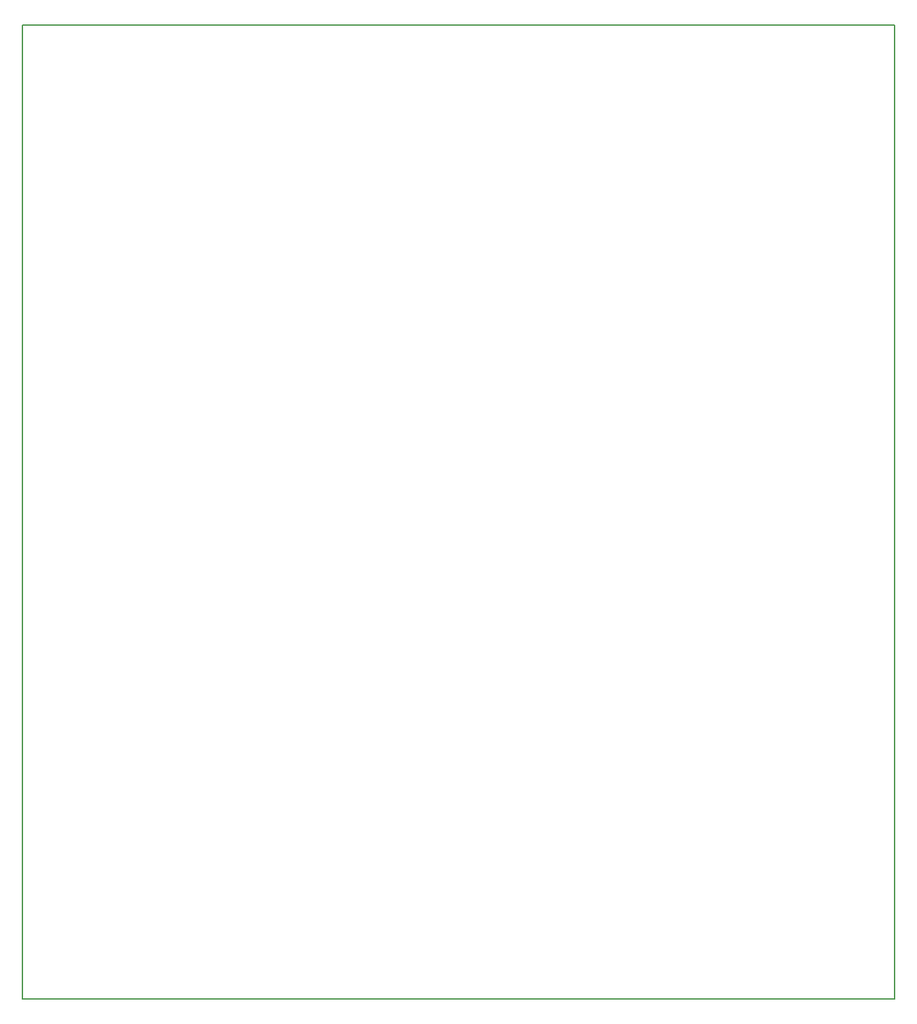
<source format=gbr>
G04 #@! TF.GenerationSoftware,KiCad,Pcbnew,5.0.0-fee4fd1~66~ubuntu18.04.1*
G04 #@! TF.CreationDate,2018-09-20T21:41:55-04:00*
G04 #@! TF.ProjectId,BackPanel,4261636B50616E656C2E6B696361645F,rev?*
G04 #@! TF.SameCoordinates,Original*
G04 #@! TF.FileFunction,Profile,NP*
%FSLAX46Y46*%
G04 Gerber Fmt 4.6, Leading zero omitted, Abs format (unit mm)*
G04 Created by KiCad (PCBNEW 5.0.0-fee4fd1~66~ubuntu18.04.1) date Thu Sep 20 21:41:55 2018*
%MOMM*%
%LPD*%
G01*
G04 APERTURE LIST*
%ADD10C,0.150000*%
G04 APERTURE END LIST*
D10*
X89000000Y-152400000D02*
X89000000Y-152300000D01*
X89000000Y-152300000D02*
X89000000Y-27300000D01*
X201000000Y-152400000D02*
X89000000Y-152400000D01*
X89000000Y-27300000D02*
X201000000Y-27300000D01*
X201000000Y-27300000D02*
X201000000Y-152400000D01*
M02*

</source>
